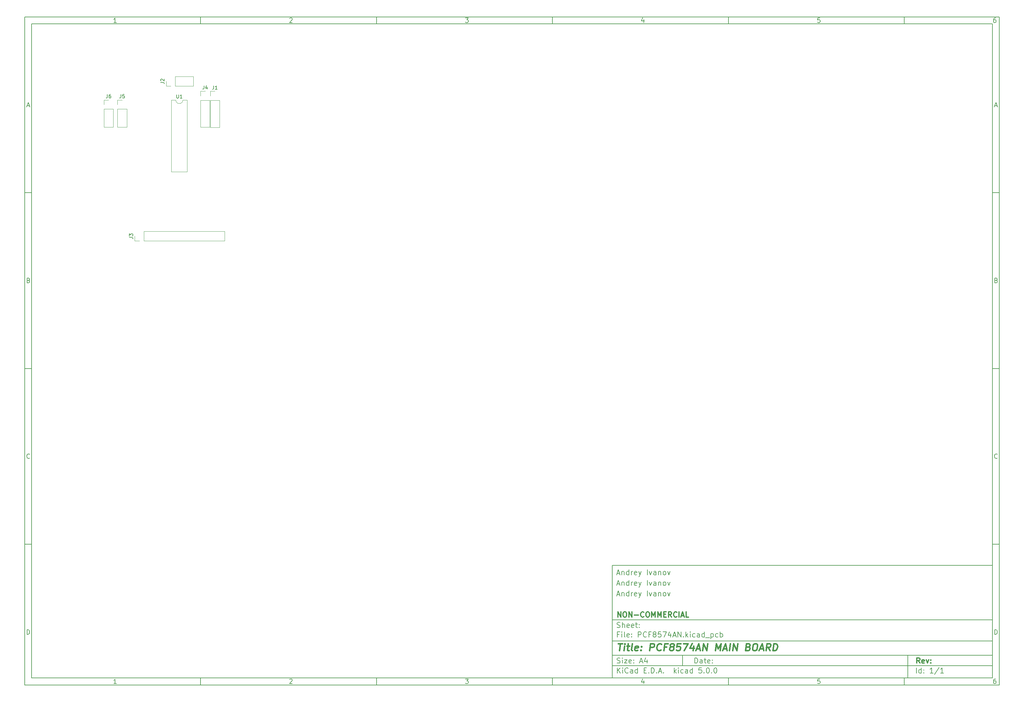
<source format=gbr>
G04 #@! TF.GenerationSoftware,KiCad,Pcbnew,5.0.0*
G04 #@! TF.CreationDate,2018-09-29T21:29:33+03:00*
G04 #@! TF.ProjectId,PCF8574AN,50434638353734414E2E6B696361645F,rev?*
G04 #@! TF.SameCoordinates,Original*
G04 #@! TF.FileFunction,Legend,Top*
G04 #@! TF.FilePolarity,Positive*
%FSLAX46Y46*%
G04 Gerber Fmt 4.6, Leading zero omitted, Abs format (unit mm)*
G04 Created by KiCad (PCBNEW 5.0.0) date Sat Sep 29 21:29:33 2018*
%MOMM*%
%LPD*%
G01*
G04 APERTURE LIST*
%ADD10C,0.100000*%
%ADD11C,0.150000*%
%ADD12C,0.300000*%
%ADD13C,0.400000*%
%ADD14C,0.120000*%
G04 APERTURE END LIST*
D10*
D11*
X177002200Y-166007200D02*
X177002200Y-198007200D01*
X285002200Y-198007200D01*
X285002200Y-166007200D01*
X177002200Y-166007200D01*
D10*
D11*
X10000000Y-10000000D02*
X10000000Y-200007200D01*
X287002200Y-200007200D01*
X287002200Y-10000000D01*
X10000000Y-10000000D01*
D10*
D11*
X12000000Y-12000000D02*
X12000000Y-198007200D01*
X285002200Y-198007200D01*
X285002200Y-12000000D01*
X12000000Y-12000000D01*
D10*
D11*
X60000000Y-12000000D02*
X60000000Y-10000000D01*
D10*
D11*
X110000000Y-12000000D02*
X110000000Y-10000000D01*
D10*
D11*
X160000000Y-12000000D02*
X160000000Y-10000000D01*
D10*
D11*
X210000000Y-12000000D02*
X210000000Y-10000000D01*
D10*
D11*
X260000000Y-12000000D02*
X260000000Y-10000000D01*
D10*
D11*
X36065476Y-11588095D02*
X35322619Y-11588095D01*
X35694047Y-11588095D02*
X35694047Y-10288095D01*
X35570238Y-10473809D01*
X35446428Y-10597619D01*
X35322619Y-10659523D01*
D10*
D11*
X85322619Y-10411904D02*
X85384523Y-10350000D01*
X85508333Y-10288095D01*
X85817857Y-10288095D01*
X85941666Y-10350000D01*
X86003571Y-10411904D01*
X86065476Y-10535714D01*
X86065476Y-10659523D01*
X86003571Y-10845238D01*
X85260714Y-11588095D01*
X86065476Y-11588095D01*
D10*
D11*
X135260714Y-10288095D02*
X136065476Y-10288095D01*
X135632142Y-10783333D01*
X135817857Y-10783333D01*
X135941666Y-10845238D01*
X136003571Y-10907142D01*
X136065476Y-11030952D01*
X136065476Y-11340476D01*
X136003571Y-11464285D01*
X135941666Y-11526190D01*
X135817857Y-11588095D01*
X135446428Y-11588095D01*
X135322619Y-11526190D01*
X135260714Y-11464285D01*
D10*
D11*
X185941666Y-10721428D02*
X185941666Y-11588095D01*
X185632142Y-10226190D02*
X185322619Y-11154761D01*
X186127380Y-11154761D01*
D10*
D11*
X236003571Y-10288095D02*
X235384523Y-10288095D01*
X235322619Y-10907142D01*
X235384523Y-10845238D01*
X235508333Y-10783333D01*
X235817857Y-10783333D01*
X235941666Y-10845238D01*
X236003571Y-10907142D01*
X236065476Y-11030952D01*
X236065476Y-11340476D01*
X236003571Y-11464285D01*
X235941666Y-11526190D01*
X235817857Y-11588095D01*
X235508333Y-11588095D01*
X235384523Y-11526190D01*
X235322619Y-11464285D01*
D10*
D11*
X285941666Y-10288095D02*
X285694047Y-10288095D01*
X285570238Y-10350000D01*
X285508333Y-10411904D01*
X285384523Y-10597619D01*
X285322619Y-10845238D01*
X285322619Y-11340476D01*
X285384523Y-11464285D01*
X285446428Y-11526190D01*
X285570238Y-11588095D01*
X285817857Y-11588095D01*
X285941666Y-11526190D01*
X286003571Y-11464285D01*
X286065476Y-11340476D01*
X286065476Y-11030952D01*
X286003571Y-10907142D01*
X285941666Y-10845238D01*
X285817857Y-10783333D01*
X285570238Y-10783333D01*
X285446428Y-10845238D01*
X285384523Y-10907142D01*
X285322619Y-11030952D01*
D10*
D11*
X60000000Y-198007200D02*
X60000000Y-200007200D01*
D10*
D11*
X110000000Y-198007200D02*
X110000000Y-200007200D01*
D10*
D11*
X160000000Y-198007200D02*
X160000000Y-200007200D01*
D10*
D11*
X210000000Y-198007200D02*
X210000000Y-200007200D01*
D10*
D11*
X260000000Y-198007200D02*
X260000000Y-200007200D01*
D10*
D11*
X36065476Y-199595295D02*
X35322619Y-199595295D01*
X35694047Y-199595295D02*
X35694047Y-198295295D01*
X35570238Y-198481009D01*
X35446428Y-198604819D01*
X35322619Y-198666723D01*
D10*
D11*
X85322619Y-198419104D02*
X85384523Y-198357200D01*
X85508333Y-198295295D01*
X85817857Y-198295295D01*
X85941666Y-198357200D01*
X86003571Y-198419104D01*
X86065476Y-198542914D01*
X86065476Y-198666723D01*
X86003571Y-198852438D01*
X85260714Y-199595295D01*
X86065476Y-199595295D01*
D10*
D11*
X135260714Y-198295295D02*
X136065476Y-198295295D01*
X135632142Y-198790533D01*
X135817857Y-198790533D01*
X135941666Y-198852438D01*
X136003571Y-198914342D01*
X136065476Y-199038152D01*
X136065476Y-199347676D01*
X136003571Y-199471485D01*
X135941666Y-199533390D01*
X135817857Y-199595295D01*
X135446428Y-199595295D01*
X135322619Y-199533390D01*
X135260714Y-199471485D01*
D10*
D11*
X185941666Y-198728628D02*
X185941666Y-199595295D01*
X185632142Y-198233390D02*
X185322619Y-199161961D01*
X186127380Y-199161961D01*
D10*
D11*
X236003571Y-198295295D02*
X235384523Y-198295295D01*
X235322619Y-198914342D01*
X235384523Y-198852438D01*
X235508333Y-198790533D01*
X235817857Y-198790533D01*
X235941666Y-198852438D01*
X236003571Y-198914342D01*
X236065476Y-199038152D01*
X236065476Y-199347676D01*
X236003571Y-199471485D01*
X235941666Y-199533390D01*
X235817857Y-199595295D01*
X235508333Y-199595295D01*
X235384523Y-199533390D01*
X235322619Y-199471485D01*
D10*
D11*
X285941666Y-198295295D02*
X285694047Y-198295295D01*
X285570238Y-198357200D01*
X285508333Y-198419104D01*
X285384523Y-198604819D01*
X285322619Y-198852438D01*
X285322619Y-199347676D01*
X285384523Y-199471485D01*
X285446428Y-199533390D01*
X285570238Y-199595295D01*
X285817857Y-199595295D01*
X285941666Y-199533390D01*
X286003571Y-199471485D01*
X286065476Y-199347676D01*
X286065476Y-199038152D01*
X286003571Y-198914342D01*
X285941666Y-198852438D01*
X285817857Y-198790533D01*
X285570238Y-198790533D01*
X285446428Y-198852438D01*
X285384523Y-198914342D01*
X285322619Y-199038152D01*
D10*
D11*
X10000000Y-60000000D02*
X12000000Y-60000000D01*
D10*
D11*
X10000000Y-110000000D02*
X12000000Y-110000000D01*
D10*
D11*
X10000000Y-160000000D02*
X12000000Y-160000000D01*
D10*
D11*
X10690476Y-35216666D02*
X11309523Y-35216666D01*
X10566666Y-35588095D02*
X11000000Y-34288095D01*
X11433333Y-35588095D01*
D10*
D11*
X11092857Y-84907142D02*
X11278571Y-84969047D01*
X11340476Y-85030952D01*
X11402380Y-85154761D01*
X11402380Y-85340476D01*
X11340476Y-85464285D01*
X11278571Y-85526190D01*
X11154761Y-85588095D01*
X10659523Y-85588095D01*
X10659523Y-84288095D01*
X11092857Y-84288095D01*
X11216666Y-84350000D01*
X11278571Y-84411904D01*
X11340476Y-84535714D01*
X11340476Y-84659523D01*
X11278571Y-84783333D01*
X11216666Y-84845238D01*
X11092857Y-84907142D01*
X10659523Y-84907142D01*
D10*
D11*
X11402380Y-135464285D02*
X11340476Y-135526190D01*
X11154761Y-135588095D01*
X11030952Y-135588095D01*
X10845238Y-135526190D01*
X10721428Y-135402380D01*
X10659523Y-135278571D01*
X10597619Y-135030952D01*
X10597619Y-134845238D01*
X10659523Y-134597619D01*
X10721428Y-134473809D01*
X10845238Y-134350000D01*
X11030952Y-134288095D01*
X11154761Y-134288095D01*
X11340476Y-134350000D01*
X11402380Y-134411904D01*
D10*
D11*
X10659523Y-185588095D02*
X10659523Y-184288095D01*
X10969047Y-184288095D01*
X11154761Y-184350000D01*
X11278571Y-184473809D01*
X11340476Y-184597619D01*
X11402380Y-184845238D01*
X11402380Y-185030952D01*
X11340476Y-185278571D01*
X11278571Y-185402380D01*
X11154761Y-185526190D01*
X10969047Y-185588095D01*
X10659523Y-185588095D01*
D10*
D11*
X287002200Y-60000000D02*
X285002200Y-60000000D01*
D10*
D11*
X287002200Y-110000000D02*
X285002200Y-110000000D01*
D10*
D11*
X287002200Y-160000000D02*
X285002200Y-160000000D01*
D10*
D11*
X285692676Y-35216666D02*
X286311723Y-35216666D01*
X285568866Y-35588095D02*
X286002200Y-34288095D01*
X286435533Y-35588095D01*
D10*
D11*
X286095057Y-84907142D02*
X286280771Y-84969047D01*
X286342676Y-85030952D01*
X286404580Y-85154761D01*
X286404580Y-85340476D01*
X286342676Y-85464285D01*
X286280771Y-85526190D01*
X286156961Y-85588095D01*
X285661723Y-85588095D01*
X285661723Y-84288095D01*
X286095057Y-84288095D01*
X286218866Y-84350000D01*
X286280771Y-84411904D01*
X286342676Y-84535714D01*
X286342676Y-84659523D01*
X286280771Y-84783333D01*
X286218866Y-84845238D01*
X286095057Y-84907142D01*
X285661723Y-84907142D01*
D10*
D11*
X286404580Y-135464285D02*
X286342676Y-135526190D01*
X286156961Y-135588095D01*
X286033152Y-135588095D01*
X285847438Y-135526190D01*
X285723628Y-135402380D01*
X285661723Y-135278571D01*
X285599819Y-135030952D01*
X285599819Y-134845238D01*
X285661723Y-134597619D01*
X285723628Y-134473809D01*
X285847438Y-134350000D01*
X286033152Y-134288095D01*
X286156961Y-134288095D01*
X286342676Y-134350000D01*
X286404580Y-134411904D01*
D10*
D11*
X285661723Y-185588095D02*
X285661723Y-184288095D01*
X285971247Y-184288095D01*
X286156961Y-184350000D01*
X286280771Y-184473809D01*
X286342676Y-184597619D01*
X286404580Y-184845238D01*
X286404580Y-185030952D01*
X286342676Y-185278571D01*
X286280771Y-185402380D01*
X286156961Y-185526190D01*
X285971247Y-185588095D01*
X285661723Y-185588095D01*
D10*
D11*
X200434342Y-193785771D02*
X200434342Y-192285771D01*
X200791485Y-192285771D01*
X201005771Y-192357200D01*
X201148628Y-192500057D01*
X201220057Y-192642914D01*
X201291485Y-192928628D01*
X201291485Y-193142914D01*
X201220057Y-193428628D01*
X201148628Y-193571485D01*
X201005771Y-193714342D01*
X200791485Y-193785771D01*
X200434342Y-193785771D01*
X202577200Y-193785771D02*
X202577200Y-193000057D01*
X202505771Y-192857200D01*
X202362914Y-192785771D01*
X202077200Y-192785771D01*
X201934342Y-192857200D01*
X202577200Y-193714342D02*
X202434342Y-193785771D01*
X202077200Y-193785771D01*
X201934342Y-193714342D01*
X201862914Y-193571485D01*
X201862914Y-193428628D01*
X201934342Y-193285771D01*
X202077200Y-193214342D01*
X202434342Y-193214342D01*
X202577200Y-193142914D01*
X203077200Y-192785771D02*
X203648628Y-192785771D01*
X203291485Y-192285771D02*
X203291485Y-193571485D01*
X203362914Y-193714342D01*
X203505771Y-193785771D01*
X203648628Y-193785771D01*
X204720057Y-193714342D02*
X204577200Y-193785771D01*
X204291485Y-193785771D01*
X204148628Y-193714342D01*
X204077200Y-193571485D01*
X204077200Y-193000057D01*
X204148628Y-192857200D01*
X204291485Y-192785771D01*
X204577200Y-192785771D01*
X204720057Y-192857200D01*
X204791485Y-193000057D01*
X204791485Y-193142914D01*
X204077200Y-193285771D01*
X205434342Y-193642914D02*
X205505771Y-193714342D01*
X205434342Y-193785771D01*
X205362914Y-193714342D01*
X205434342Y-193642914D01*
X205434342Y-193785771D01*
X205434342Y-192857200D02*
X205505771Y-192928628D01*
X205434342Y-193000057D01*
X205362914Y-192928628D01*
X205434342Y-192857200D01*
X205434342Y-193000057D01*
D10*
D11*
X177002200Y-194507200D02*
X285002200Y-194507200D01*
D10*
D11*
X178434342Y-196585771D02*
X178434342Y-195085771D01*
X179291485Y-196585771D02*
X178648628Y-195728628D01*
X179291485Y-195085771D02*
X178434342Y-195942914D01*
X179934342Y-196585771D02*
X179934342Y-195585771D01*
X179934342Y-195085771D02*
X179862914Y-195157200D01*
X179934342Y-195228628D01*
X180005771Y-195157200D01*
X179934342Y-195085771D01*
X179934342Y-195228628D01*
X181505771Y-196442914D02*
X181434342Y-196514342D01*
X181220057Y-196585771D01*
X181077200Y-196585771D01*
X180862914Y-196514342D01*
X180720057Y-196371485D01*
X180648628Y-196228628D01*
X180577200Y-195942914D01*
X180577200Y-195728628D01*
X180648628Y-195442914D01*
X180720057Y-195300057D01*
X180862914Y-195157200D01*
X181077200Y-195085771D01*
X181220057Y-195085771D01*
X181434342Y-195157200D01*
X181505771Y-195228628D01*
X182791485Y-196585771D02*
X182791485Y-195800057D01*
X182720057Y-195657200D01*
X182577200Y-195585771D01*
X182291485Y-195585771D01*
X182148628Y-195657200D01*
X182791485Y-196514342D02*
X182648628Y-196585771D01*
X182291485Y-196585771D01*
X182148628Y-196514342D01*
X182077200Y-196371485D01*
X182077200Y-196228628D01*
X182148628Y-196085771D01*
X182291485Y-196014342D01*
X182648628Y-196014342D01*
X182791485Y-195942914D01*
X184148628Y-196585771D02*
X184148628Y-195085771D01*
X184148628Y-196514342D02*
X184005771Y-196585771D01*
X183720057Y-196585771D01*
X183577200Y-196514342D01*
X183505771Y-196442914D01*
X183434342Y-196300057D01*
X183434342Y-195871485D01*
X183505771Y-195728628D01*
X183577200Y-195657200D01*
X183720057Y-195585771D01*
X184005771Y-195585771D01*
X184148628Y-195657200D01*
X186005771Y-195800057D02*
X186505771Y-195800057D01*
X186720057Y-196585771D02*
X186005771Y-196585771D01*
X186005771Y-195085771D01*
X186720057Y-195085771D01*
X187362914Y-196442914D02*
X187434342Y-196514342D01*
X187362914Y-196585771D01*
X187291485Y-196514342D01*
X187362914Y-196442914D01*
X187362914Y-196585771D01*
X188077200Y-196585771D02*
X188077200Y-195085771D01*
X188434342Y-195085771D01*
X188648628Y-195157200D01*
X188791485Y-195300057D01*
X188862914Y-195442914D01*
X188934342Y-195728628D01*
X188934342Y-195942914D01*
X188862914Y-196228628D01*
X188791485Y-196371485D01*
X188648628Y-196514342D01*
X188434342Y-196585771D01*
X188077200Y-196585771D01*
X189577200Y-196442914D02*
X189648628Y-196514342D01*
X189577200Y-196585771D01*
X189505771Y-196514342D01*
X189577200Y-196442914D01*
X189577200Y-196585771D01*
X190220057Y-196157200D02*
X190934342Y-196157200D01*
X190077200Y-196585771D02*
X190577200Y-195085771D01*
X191077200Y-196585771D01*
X191577200Y-196442914D02*
X191648628Y-196514342D01*
X191577200Y-196585771D01*
X191505771Y-196514342D01*
X191577200Y-196442914D01*
X191577200Y-196585771D01*
X194577200Y-196585771D02*
X194577200Y-195085771D01*
X194720057Y-196014342D02*
X195148628Y-196585771D01*
X195148628Y-195585771D02*
X194577200Y-196157200D01*
X195791485Y-196585771D02*
X195791485Y-195585771D01*
X195791485Y-195085771D02*
X195720057Y-195157200D01*
X195791485Y-195228628D01*
X195862914Y-195157200D01*
X195791485Y-195085771D01*
X195791485Y-195228628D01*
X197148628Y-196514342D02*
X197005771Y-196585771D01*
X196720057Y-196585771D01*
X196577200Y-196514342D01*
X196505771Y-196442914D01*
X196434342Y-196300057D01*
X196434342Y-195871485D01*
X196505771Y-195728628D01*
X196577200Y-195657200D01*
X196720057Y-195585771D01*
X197005771Y-195585771D01*
X197148628Y-195657200D01*
X198434342Y-196585771D02*
X198434342Y-195800057D01*
X198362914Y-195657200D01*
X198220057Y-195585771D01*
X197934342Y-195585771D01*
X197791485Y-195657200D01*
X198434342Y-196514342D02*
X198291485Y-196585771D01*
X197934342Y-196585771D01*
X197791485Y-196514342D01*
X197720057Y-196371485D01*
X197720057Y-196228628D01*
X197791485Y-196085771D01*
X197934342Y-196014342D01*
X198291485Y-196014342D01*
X198434342Y-195942914D01*
X199791485Y-196585771D02*
X199791485Y-195085771D01*
X199791485Y-196514342D02*
X199648628Y-196585771D01*
X199362914Y-196585771D01*
X199220057Y-196514342D01*
X199148628Y-196442914D01*
X199077200Y-196300057D01*
X199077200Y-195871485D01*
X199148628Y-195728628D01*
X199220057Y-195657200D01*
X199362914Y-195585771D01*
X199648628Y-195585771D01*
X199791485Y-195657200D01*
X202362914Y-195085771D02*
X201648628Y-195085771D01*
X201577200Y-195800057D01*
X201648628Y-195728628D01*
X201791485Y-195657200D01*
X202148628Y-195657200D01*
X202291485Y-195728628D01*
X202362914Y-195800057D01*
X202434342Y-195942914D01*
X202434342Y-196300057D01*
X202362914Y-196442914D01*
X202291485Y-196514342D01*
X202148628Y-196585771D01*
X201791485Y-196585771D01*
X201648628Y-196514342D01*
X201577200Y-196442914D01*
X203077200Y-196442914D02*
X203148628Y-196514342D01*
X203077200Y-196585771D01*
X203005771Y-196514342D01*
X203077200Y-196442914D01*
X203077200Y-196585771D01*
X204077200Y-195085771D02*
X204220057Y-195085771D01*
X204362914Y-195157200D01*
X204434342Y-195228628D01*
X204505771Y-195371485D01*
X204577200Y-195657200D01*
X204577200Y-196014342D01*
X204505771Y-196300057D01*
X204434342Y-196442914D01*
X204362914Y-196514342D01*
X204220057Y-196585771D01*
X204077200Y-196585771D01*
X203934342Y-196514342D01*
X203862914Y-196442914D01*
X203791485Y-196300057D01*
X203720057Y-196014342D01*
X203720057Y-195657200D01*
X203791485Y-195371485D01*
X203862914Y-195228628D01*
X203934342Y-195157200D01*
X204077200Y-195085771D01*
X205220057Y-196442914D02*
X205291485Y-196514342D01*
X205220057Y-196585771D01*
X205148628Y-196514342D01*
X205220057Y-196442914D01*
X205220057Y-196585771D01*
X206220057Y-195085771D02*
X206362914Y-195085771D01*
X206505771Y-195157200D01*
X206577200Y-195228628D01*
X206648628Y-195371485D01*
X206720057Y-195657200D01*
X206720057Y-196014342D01*
X206648628Y-196300057D01*
X206577200Y-196442914D01*
X206505771Y-196514342D01*
X206362914Y-196585771D01*
X206220057Y-196585771D01*
X206077200Y-196514342D01*
X206005771Y-196442914D01*
X205934342Y-196300057D01*
X205862914Y-196014342D01*
X205862914Y-195657200D01*
X205934342Y-195371485D01*
X206005771Y-195228628D01*
X206077200Y-195157200D01*
X206220057Y-195085771D01*
D10*
D11*
X177002200Y-191507200D02*
X285002200Y-191507200D01*
D10*
D12*
X264411485Y-193785771D02*
X263911485Y-193071485D01*
X263554342Y-193785771D02*
X263554342Y-192285771D01*
X264125771Y-192285771D01*
X264268628Y-192357200D01*
X264340057Y-192428628D01*
X264411485Y-192571485D01*
X264411485Y-192785771D01*
X264340057Y-192928628D01*
X264268628Y-193000057D01*
X264125771Y-193071485D01*
X263554342Y-193071485D01*
X265625771Y-193714342D02*
X265482914Y-193785771D01*
X265197200Y-193785771D01*
X265054342Y-193714342D01*
X264982914Y-193571485D01*
X264982914Y-193000057D01*
X265054342Y-192857200D01*
X265197200Y-192785771D01*
X265482914Y-192785771D01*
X265625771Y-192857200D01*
X265697200Y-193000057D01*
X265697200Y-193142914D01*
X264982914Y-193285771D01*
X266197200Y-192785771D02*
X266554342Y-193785771D01*
X266911485Y-192785771D01*
X267482914Y-193642914D02*
X267554342Y-193714342D01*
X267482914Y-193785771D01*
X267411485Y-193714342D01*
X267482914Y-193642914D01*
X267482914Y-193785771D01*
X267482914Y-192857200D02*
X267554342Y-192928628D01*
X267482914Y-193000057D01*
X267411485Y-192928628D01*
X267482914Y-192857200D01*
X267482914Y-193000057D01*
D10*
D11*
X178362914Y-193714342D02*
X178577200Y-193785771D01*
X178934342Y-193785771D01*
X179077200Y-193714342D01*
X179148628Y-193642914D01*
X179220057Y-193500057D01*
X179220057Y-193357200D01*
X179148628Y-193214342D01*
X179077200Y-193142914D01*
X178934342Y-193071485D01*
X178648628Y-193000057D01*
X178505771Y-192928628D01*
X178434342Y-192857200D01*
X178362914Y-192714342D01*
X178362914Y-192571485D01*
X178434342Y-192428628D01*
X178505771Y-192357200D01*
X178648628Y-192285771D01*
X179005771Y-192285771D01*
X179220057Y-192357200D01*
X179862914Y-193785771D02*
X179862914Y-192785771D01*
X179862914Y-192285771D02*
X179791485Y-192357200D01*
X179862914Y-192428628D01*
X179934342Y-192357200D01*
X179862914Y-192285771D01*
X179862914Y-192428628D01*
X180434342Y-192785771D02*
X181220057Y-192785771D01*
X180434342Y-193785771D01*
X181220057Y-193785771D01*
X182362914Y-193714342D02*
X182220057Y-193785771D01*
X181934342Y-193785771D01*
X181791485Y-193714342D01*
X181720057Y-193571485D01*
X181720057Y-193000057D01*
X181791485Y-192857200D01*
X181934342Y-192785771D01*
X182220057Y-192785771D01*
X182362914Y-192857200D01*
X182434342Y-193000057D01*
X182434342Y-193142914D01*
X181720057Y-193285771D01*
X183077200Y-193642914D02*
X183148628Y-193714342D01*
X183077200Y-193785771D01*
X183005771Y-193714342D01*
X183077200Y-193642914D01*
X183077200Y-193785771D01*
X183077200Y-192857200D02*
X183148628Y-192928628D01*
X183077200Y-193000057D01*
X183005771Y-192928628D01*
X183077200Y-192857200D01*
X183077200Y-193000057D01*
X184862914Y-193357200D02*
X185577200Y-193357200D01*
X184720057Y-193785771D02*
X185220057Y-192285771D01*
X185720057Y-193785771D01*
X186862914Y-192785771D02*
X186862914Y-193785771D01*
X186505771Y-192214342D02*
X186148628Y-193285771D01*
X187077200Y-193285771D01*
D10*
D11*
X263434342Y-196585771D02*
X263434342Y-195085771D01*
X264791485Y-196585771D02*
X264791485Y-195085771D01*
X264791485Y-196514342D02*
X264648628Y-196585771D01*
X264362914Y-196585771D01*
X264220057Y-196514342D01*
X264148628Y-196442914D01*
X264077200Y-196300057D01*
X264077200Y-195871485D01*
X264148628Y-195728628D01*
X264220057Y-195657200D01*
X264362914Y-195585771D01*
X264648628Y-195585771D01*
X264791485Y-195657200D01*
X265505771Y-196442914D02*
X265577200Y-196514342D01*
X265505771Y-196585771D01*
X265434342Y-196514342D01*
X265505771Y-196442914D01*
X265505771Y-196585771D01*
X265505771Y-195657200D02*
X265577200Y-195728628D01*
X265505771Y-195800057D01*
X265434342Y-195728628D01*
X265505771Y-195657200D01*
X265505771Y-195800057D01*
X268148628Y-196585771D02*
X267291485Y-196585771D01*
X267720057Y-196585771D02*
X267720057Y-195085771D01*
X267577200Y-195300057D01*
X267434342Y-195442914D01*
X267291485Y-195514342D01*
X269862914Y-195014342D02*
X268577200Y-196942914D01*
X271148628Y-196585771D02*
X270291485Y-196585771D01*
X270720057Y-196585771D02*
X270720057Y-195085771D01*
X270577200Y-195300057D01*
X270434342Y-195442914D01*
X270291485Y-195514342D01*
D10*
D11*
X177002200Y-187507200D02*
X285002200Y-187507200D01*
D10*
D13*
X178714580Y-188211961D02*
X179857438Y-188211961D01*
X179036009Y-190211961D02*
X179286009Y-188211961D01*
X180274104Y-190211961D02*
X180440771Y-188878628D01*
X180524104Y-188211961D02*
X180416961Y-188307200D01*
X180500295Y-188402438D01*
X180607438Y-188307200D01*
X180524104Y-188211961D01*
X180500295Y-188402438D01*
X181107438Y-188878628D02*
X181869342Y-188878628D01*
X181476485Y-188211961D02*
X181262200Y-189926247D01*
X181333628Y-190116723D01*
X181512200Y-190211961D01*
X181702676Y-190211961D01*
X182655057Y-190211961D02*
X182476485Y-190116723D01*
X182405057Y-189926247D01*
X182619342Y-188211961D01*
X184190771Y-190116723D02*
X183988390Y-190211961D01*
X183607438Y-190211961D01*
X183428866Y-190116723D01*
X183357438Y-189926247D01*
X183452676Y-189164342D01*
X183571723Y-188973866D01*
X183774104Y-188878628D01*
X184155057Y-188878628D01*
X184333628Y-188973866D01*
X184405057Y-189164342D01*
X184381247Y-189354819D01*
X183405057Y-189545295D01*
X185155057Y-190021485D02*
X185238390Y-190116723D01*
X185131247Y-190211961D01*
X185047914Y-190116723D01*
X185155057Y-190021485D01*
X185131247Y-190211961D01*
X185286009Y-188973866D02*
X185369342Y-189069104D01*
X185262200Y-189164342D01*
X185178866Y-189069104D01*
X185286009Y-188973866D01*
X185262200Y-189164342D01*
X187607438Y-190211961D02*
X187857438Y-188211961D01*
X188619342Y-188211961D01*
X188797914Y-188307200D01*
X188881247Y-188402438D01*
X188952676Y-188592914D01*
X188916961Y-188878628D01*
X188797914Y-189069104D01*
X188690771Y-189164342D01*
X188488390Y-189259580D01*
X187726485Y-189259580D01*
X190774104Y-190021485D02*
X190666961Y-190116723D01*
X190369342Y-190211961D01*
X190178866Y-190211961D01*
X189905057Y-190116723D01*
X189738390Y-189926247D01*
X189666961Y-189735771D01*
X189619342Y-189354819D01*
X189655057Y-189069104D01*
X189797914Y-188688152D01*
X189916961Y-188497676D01*
X190131247Y-188307200D01*
X190428866Y-188211961D01*
X190619342Y-188211961D01*
X190893152Y-188307200D01*
X190976485Y-188402438D01*
X192405057Y-189164342D02*
X191738390Y-189164342D01*
X191607438Y-190211961D02*
X191857438Y-188211961D01*
X192809819Y-188211961D01*
X193750295Y-189069104D02*
X193571723Y-188973866D01*
X193488390Y-188878628D01*
X193416961Y-188688152D01*
X193428866Y-188592914D01*
X193547914Y-188402438D01*
X193655057Y-188307200D01*
X193857438Y-188211961D01*
X194238390Y-188211961D01*
X194416961Y-188307200D01*
X194500295Y-188402438D01*
X194571723Y-188592914D01*
X194559819Y-188688152D01*
X194440771Y-188878628D01*
X194333628Y-188973866D01*
X194131247Y-189069104D01*
X193750295Y-189069104D01*
X193547914Y-189164342D01*
X193440771Y-189259580D01*
X193321723Y-189450057D01*
X193274104Y-189831009D01*
X193345533Y-190021485D01*
X193428866Y-190116723D01*
X193607438Y-190211961D01*
X193988390Y-190211961D01*
X194190771Y-190116723D01*
X194297914Y-190021485D01*
X194416961Y-189831009D01*
X194464580Y-189450057D01*
X194393152Y-189259580D01*
X194309819Y-189164342D01*
X194131247Y-189069104D01*
X196428866Y-188211961D02*
X195476485Y-188211961D01*
X195262200Y-189164342D01*
X195369342Y-189069104D01*
X195571723Y-188973866D01*
X196047914Y-188973866D01*
X196226485Y-189069104D01*
X196309819Y-189164342D01*
X196381247Y-189354819D01*
X196321723Y-189831009D01*
X196202676Y-190021485D01*
X196095533Y-190116723D01*
X195893152Y-190211961D01*
X195416961Y-190211961D01*
X195238390Y-190116723D01*
X195155057Y-190021485D01*
X197190771Y-188211961D02*
X198524104Y-188211961D01*
X197416961Y-190211961D01*
X200059819Y-188878628D02*
X199893152Y-190211961D01*
X199678866Y-188116723D02*
X199024104Y-189545295D01*
X200262200Y-189545295D01*
X200916961Y-189640533D02*
X201869342Y-189640533D01*
X200655057Y-190211961D02*
X201571723Y-188211961D01*
X201988390Y-190211961D01*
X202655057Y-190211961D02*
X202905057Y-188211961D01*
X203797914Y-190211961D01*
X204047914Y-188211961D01*
X206274104Y-190211961D02*
X206524104Y-188211961D01*
X207012200Y-189640533D01*
X207857438Y-188211961D01*
X207607438Y-190211961D01*
X208536009Y-189640533D02*
X209488390Y-189640533D01*
X208274104Y-190211961D02*
X209190771Y-188211961D01*
X209607438Y-190211961D01*
X210274104Y-190211961D02*
X210524104Y-188211961D01*
X211226485Y-190211961D02*
X211476485Y-188211961D01*
X212369342Y-190211961D01*
X212619342Y-188211961D01*
X215643152Y-189164342D02*
X215916961Y-189259580D01*
X216000295Y-189354819D01*
X216071723Y-189545295D01*
X216036009Y-189831009D01*
X215916961Y-190021485D01*
X215809819Y-190116723D01*
X215607438Y-190211961D01*
X214845533Y-190211961D01*
X215095533Y-188211961D01*
X215762200Y-188211961D01*
X215940771Y-188307200D01*
X216024104Y-188402438D01*
X216095533Y-188592914D01*
X216071723Y-188783390D01*
X215952676Y-188973866D01*
X215845533Y-189069104D01*
X215643152Y-189164342D01*
X214976485Y-189164342D01*
X217476485Y-188211961D02*
X217857438Y-188211961D01*
X218036009Y-188307200D01*
X218202676Y-188497676D01*
X218250295Y-188878628D01*
X218166961Y-189545295D01*
X218024104Y-189926247D01*
X217809819Y-190116723D01*
X217607438Y-190211961D01*
X217226485Y-190211961D01*
X217047914Y-190116723D01*
X216881247Y-189926247D01*
X216833628Y-189545295D01*
X216916961Y-188878628D01*
X217059819Y-188497676D01*
X217274104Y-188307200D01*
X217476485Y-188211961D01*
X218916961Y-189640533D02*
X219869342Y-189640533D01*
X218655057Y-190211961D02*
X219571723Y-188211961D01*
X219988390Y-190211961D01*
X221797914Y-190211961D02*
X221250295Y-189259580D01*
X220655057Y-190211961D02*
X220905057Y-188211961D01*
X221666961Y-188211961D01*
X221845533Y-188307200D01*
X221928866Y-188402438D01*
X222000295Y-188592914D01*
X221964580Y-188878628D01*
X221845533Y-189069104D01*
X221738390Y-189164342D01*
X221536009Y-189259580D01*
X220774104Y-189259580D01*
X222655057Y-190211961D02*
X222905057Y-188211961D01*
X223381247Y-188211961D01*
X223655057Y-188307200D01*
X223821723Y-188497676D01*
X223893152Y-188688152D01*
X223940771Y-189069104D01*
X223905057Y-189354819D01*
X223762200Y-189735771D01*
X223643152Y-189926247D01*
X223428866Y-190116723D01*
X223131247Y-190211961D01*
X222655057Y-190211961D01*
D10*
D11*
X178934342Y-185600057D02*
X178434342Y-185600057D01*
X178434342Y-186385771D02*
X178434342Y-184885771D01*
X179148628Y-184885771D01*
X179720057Y-186385771D02*
X179720057Y-185385771D01*
X179720057Y-184885771D02*
X179648628Y-184957200D01*
X179720057Y-185028628D01*
X179791485Y-184957200D01*
X179720057Y-184885771D01*
X179720057Y-185028628D01*
X180648628Y-186385771D02*
X180505771Y-186314342D01*
X180434342Y-186171485D01*
X180434342Y-184885771D01*
X181791485Y-186314342D02*
X181648628Y-186385771D01*
X181362914Y-186385771D01*
X181220057Y-186314342D01*
X181148628Y-186171485D01*
X181148628Y-185600057D01*
X181220057Y-185457200D01*
X181362914Y-185385771D01*
X181648628Y-185385771D01*
X181791485Y-185457200D01*
X181862914Y-185600057D01*
X181862914Y-185742914D01*
X181148628Y-185885771D01*
X182505771Y-186242914D02*
X182577200Y-186314342D01*
X182505771Y-186385771D01*
X182434342Y-186314342D01*
X182505771Y-186242914D01*
X182505771Y-186385771D01*
X182505771Y-185457200D02*
X182577200Y-185528628D01*
X182505771Y-185600057D01*
X182434342Y-185528628D01*
X182505771Y-185457200D01*
X182505771Y-185600057D01*
X184362914Y-186385771D02*
X184362914Y-184885771D01*
X184934342Y-184885771D01*
X185077200Y-184957200D01*
X185148628Y-185028628D01*
X185220057Y-185171485D01*
X185220057Y-185385771D01*
X185148628Y-185528628D01*
X185077200Y-185600057D01*
X184934342Y-185671485D01*
X184362914Y-185671485D01*
X186720057Y-186242914D02*
X186648628Y-186314342D01*
X186434342Y-186385771D01*
X186291485Y-186385771D01*
X186077200Y-186314342D01*
X185934342Y-186171485D01*
X185862914Y-186028628D01*
X185791485Y-185742914D01*
X185791485Y-185528628D01*
X185862914Y-185242914D01*
X185934342Y-185100057D01*
X186077200Y-184957200D01*
X186291485Y-184885771D01*
X186434342Y-184885771D01*
X186648628Y-184957200D01*
X186720057Y-185028628D01*
X187862914Y-185600057D02*
X187362914Y-185600057D01*
X187362914Y-186385771D02*
X187362914Y-184885771D01*
X188077200Y-184885771D01*
X188862914Y-185528628D02*
X188720057Y-185457200D01*
X188648628Y-185385771D01*
X188577200Y-185242914D01*
X188577200Y-185171485D01*
X188648628Y-185028628D01*
X188720057Y-184957200D01*
X188862914Y-184885771D01*
X189148628Y-184885771D01*
X189291485Y-184957200D01*
X189362914Y-185028628D01*
X189434342Y-185171485D01*
X189434342Y-185242914D01*
X189362914Y-185385771D01*
X189291485Y-185457200D01*
X189148628Y-185528628D01*
X188862914Y-185528628D01*
X188720057Y-185600057D01*
X188648628Y-185671485D01*
X188577200Y-185814342D01*
X188577200Y-186100057D01*
X188648628Y-186242914D01*
X188720057Y-186314342D01*
X188862914Y-186385771D01*
X189148628Y-186385771D01*
X189291485Y-186314342D01*
X189362914Y-186242914D01*
X189434342Y-186100057D01*
X189434342Y-185814342D01*
X189362914Y-185671485D01*
X189291485Y-185600057D01*
X189148628Y-185528628D01*
X190791485Y-184885771D02*
X190077200Y-184885771D01*
X190005771Y-185600057D01*
X190077200Y-185528628D01*
X190220057Y-185457200D01*
X190577200Y-185457200D01*
X190720057Y-185528628D01*
X190791485Y-185600057D01*
X190862914Y-185742914D01*
X190862914Y-186100057D01*
X190791485Y-186242914D01*
X190720057Y-186314342D01*
X190577200Y-186385771D01*
X190220057Y-186385771D01*
X190077200Y-186314342D01*
X190005771Y-186242914D01*
X191362914Y-184885771D02*
X192362914Y-184885771D01*
X191720057Y-186385771D01*
X193577200Y-185385771D02*
X193577200Y-186385771D01*
X193220057Y-184814342D02*
X192862914Y-185885771D01*
X193791485Y-185885771D01*
X194291485Y-185957200D02*
X195005771Y-185957200D01*
X194148628Y-186385771D02*
X194648628Y-184885771D01*
X195148628Y-186385771D01*
X195648628Y-186385771D02*
X195648628Y-184885771D01*
X196505771Y-186385771D01*
X196505771Y-184885771D01*
X197220057Y-186242914D02*
X197291485Y-186314342D01*
X197220057Y-186385771D01*
X197148628Y-186314342D01*
X197220057Y-186242914D01*
X197220057Y-186385771D01*
X197934342Y-186385771D02*
X197934342Y-184885771D01*
X198077200Y-185814342D02*
X198505771Y-186385771D01*
X198505771Y-185385771D02*
X197934342Y-185957200D01*
X199148628Y-186385771D02*
X199148628Y-185385771D01*
X199148628Y-184885771D02*
X199077200Y-184957200D01*
X199148628Y-185028628D01*
X199220057Y-184957200D01*
X199148628Y-184885771D01*
X199148628Y-185028628D01*
X200505771Y-186314342D02*
X200362914Y-186385771D01*
X200077200Y-186385771D01*
X199934342Y-186314342D01*
X199862914Y-186242914D01*
X199791485Y-186100057D01*
X199791485Y-185671485D01*
X199862914Y-185528628D01*
X199934342Y-185457200D01*
X200077200Y-185385771D01*
X200362914Y-185385771D01*
X200505771Y-185457200D01*
X201791485Y-186385771D02*
X201791485Y-185600057D01*
X201720057Y-185457200D01*
X201577200Y-185385771D01*
X201291485Y-185385771D01*
X201148628Y-185457200D01*
X201791485Y-186314342D02*
X201648628Y-186385771D01*
X201291485Y-186385771D01*
X201148628Y-186314342D01*
X201077200Y-186171485D01*
X201077200Y-186028628D01*
X201148628Y-185885771D01*
X201291485Y-185814342D01*
X201648628Y-185814342D01*
X201791485Y-185742914D01*
X203148628Y-186385771D02*
X203148628Y-184885771D01*
X203148628Y-186314342D02*
X203005771Y-186385771D01*
X202720057Y-186385771D01*
X202577200Y-186314342D01*
X202505771Y-186242914D01*
X202434342Y-186100057D01*
X202434342Y-185671485D01*
X202505771Y-185528628D01*
X202577200Y-185457200D01*
X202720057Y-185385771D01*
X203005771Y-185385771D01*
X203148628Y-185457200D01*
X203505771Y-186528628D02*
X204648628Y-186528628D01*
X205005771Y-185385771D02*
X205005771Y-186885771D01*
X205005771Y-185457200D02*
X205148628Y-185385771D01*
X205434342Y-185385771D01*
X205577200Y-185457200D01*
X205648628Y-185528628D01*
X205720057Y-185671485D01*
X205720057Y-186100057D01*
X205648628Y-186242914D01*
X205577200Y-186314342D01*
X205434342Y-186385771D01*
X205148628Y-186385771D01*
X205005771Y-186314342D01*
X207005771Y-186314342D02*
X206862914Y-186385771D01*
X206577200Y-186385771D01*
X206434342Y-186314342D01*
X206362914Y-186242914D01*
X206291485Y-186100057D01*
X206291485Y-185671485D01*
X206362914Y-185528628D01*
X206434342Y-185457200D01*
X206577200Y-185385771D01*
X206862914Y-185385771D01*
X207005771Y-185457200D01*
X207648628Y-186385771D02*
X207648628Y-184885771D01*
X207648628Y-185457200D02*
X207791485Y-185385771D01*
X208077200Y-185385771D01*
X208220057Y-185457200D01*
X208291485Y-185528628D01*
X208362914Y-185671485D01*
X208362914Y-186100057D01*
X208291485Y-186242914D01*
X208220057Y-186314342D01*
X208077200Y-186385771D01*
X207791485Y-186385771D01*
X207648628Y-186314342D01*
D10*
D11*
X177002200Y-181507200D02*
X285002200Y-181507200D01*
D10*
D11*
X178362914Y-183614342D02*
X178577200Y-183685771D01*
X178934342Y-183685771D01*
X179077200Y-183614342D01*
X179148628Y-183542914D01*
X179220057Y-183400057D01*
X179220057Y-183257200D01*
X179148628Y-183114342D01*
X179077200Y-183042914D01*
X178934342Y-182971485D01*
X178648628Y-182900057D01*
X178505771Y-182828628D01*
X178434342Y-182757200D01*
X178362914Y-182614342D01*
X178362914Y-182471485D01*
X178434342Y-182328628D01*
X178505771Y-182257200D01*
X178648628Y-182185771D01*
X179005771Y-182185771D01*
X179220057Y-182257200D01*
X179862914Y-183685771D02*
X179862914Y-182185771D01*
X180505771Y-183685771D02*
X180505771Y-182900057D01*
X180434342Y-182757200D01*
X180291485Y-182685771D01*
X180077200Y-182685771D01*
X179934342Y-182757200D01*
X179862914Y-182828628D01*
X181791485Y-183614342D02*
X181648628Y-183685771D01*
X181362914Y-183685771D01*
X181220057Y-183614342D01*
X181148628Y-183471485D01*
X181148628Y-182900057D01*
X181220057Y-182757200D01*
X181362914Y-182685771D01*
X181648628Y-182685771D01*
X181791485Y-182757200D01*
X181862914Y-182900057D01*
X181862914Y-183042914D01*
X181148628Y-183185771D01*
X183077200Y-183614342D02*
X182934342Y-183685771D01*
X182648628Y-183685771D01*
X182505771Y-183614342D01*
X182434342Y-183471485D01*
X182434342Y-182900057D01*
X182505771Y-182757200D01*
X182648628Y-182685771D01*
X182934342Y-182685771D01*
X183077200Y-182757200D01*
X183148628Y-182900057D01*
X183148628Y-183042914D01*
X182434342Y-183185771D01*
X183577200Y-182685771D02*
X184148628Y-182685771D01*
X183791485Y-182185771D02*
X183791485Y-183471485D01*
X183862914Y-183614342D01*
X184005771Y-183685771D01*
X184148628Y-183685771D01*
X184648628Y-183542914D02*
X184720057Y-183614342D01*
X184648628Y-183685771D01*
X184577200Y-183614342D01*
X184648628Y-183542914D01*
X184648628Y-183685771D01*
X184648628Y-182757200D02*
X184720057Y-182828628D01*
X184648628Y-182900057D01*
X184577200Y-182828628D01*
X184648628Y-182757200D01*
X184648628Y-182900057D01*
D10*
D12*
X178554342Y-180685771D02*
X178554342Y-179185771D01*
X179411485Y-180685771D01*
X179411485Y-179185771D01*
X180411485Y-179185771D02*
X180697200Y-179185771D01*
X180840057Y-179257200D01*
X180982914Y-179400057D01*
X181054342Y-179685771D01*
X181054342Y-180185771D01*
X180982914Y-180471485D01*
X180840057Y-180614342D01*
X180697200Y-180685771D01*
X180411485Y-180685771D01*
X180268628Y-180614342D01*
X180125771Y-180471485D01*
X180054342Y-180185771D01*
X180054342Y-179685771D01*
X180125771Y-179400057D01*
X180268628Y-179257200D01*
X180411485Y-179185771D01*
X181697200Y-180685771D02*
X181697200Y-179185771D01*
X182554342Y-180685771D01*
X182554342Y-179185771D01*
X183268628Y-180114342D02*
X184411485Y-180114342D01*
X185982914Y-180542914D02*
X185911485Y-180614342D01*
X185697200Y-180685771D01*
X185554342Y-180685771D01*
X185340057Y-180614342D01*
X185197200Y-180471485D01*
X185125771Y-180328628D01*
X185054342Y-180042914D01*
X185054342Y-179828628D01*
X185125771Y-179542914D01*
X185197200Y-179400057D01*
X185340057Y-179257200D01*
X185554342Y-179185771D01*
X185697200Y-179185771D01*
X185911485Y-179257200D01*
X185982914Y-179328628D01*
X186911485Y-179185771D02*
X187197200Y-179185771D01*
X187340057Y-179257200D01*
X187482914Y-179400057D01*
X187554342Y-179685771D01*
X187554342Y-180185771D01*
X187482914Y-180471485D01*
X187340057Y-180614342D01*
X187197200Y-180685771D01*
X186911485Y-180685771D01*
X186768628Y-180614342D01*
X186625771Y-180471485D01*
X186554342Y-180185771D01*
X186554342Y-179685771D01*
X186625771Y-179400057D01*
X186768628Y-179257200D01*
X186911485Y-179185771D01*
X188197200Y-180685771D02*
X188197200Y-179185771D01*
X188697200Y-180257200D01*
X189197200Y-179185771D01*
X189197200Y-180685771D01*
X189911485Y-180685771D02*
X189911485Y-179185771D01*
X190411485Y-180257200D01*
X190911485Y-179185771D01*
X190911485Y-180685771D01*
X191625771Y-179900057D02*
X192125771Y-179900057D01*
X192340057Y-180685771D02*
X191625771Y-180685771D01*
X191625771Y-179185771D01*
X192340057Y-179185771D01*
X193840057Y-180685771D02*
X193340057Y-179971485D01*
X192982914Y-180685771D02*
X192982914Y-179185771D01*
X193554342Y-179185771D01*
X193697200Y-179257200D01*
X193768628Y-179328628D01*
X193840057Y-179471485D01*
X193840057Y-179685771D01*
X193768628Y-179828628D01*
X193697200Y-179900057D01*
X193554342Y-179971485D01*
X192982914Y-179971485D01*
X195340057Y-180542914D02*
X195268628Y-180614342D01*
X195054342Y-180685771D01*
X194911485Y-180685771D01*
X194697200Y-180614342D01*
X194554342Y-180471485D01*
X194482914Y-180328628D01*
X194411485Y-180042914D01*
X194411485Y-179828628D01*
X194482914Y-179542914D01*
X194554342Y-179400057D01*
X194697200Y-179257200D01*
X194911485Y-179185771D01*
X195054342Y-179185771D01*
X195268628Y-179257200D01*
X195340057Y-179328628D01*
X195982914Y-180685771D02*
X195982914Y-179185771D01*
X196625771Y-180257200D02*
X197340057Y-180257200D01*
X196482914Y-180685771D02*
X196982914Y-179185771D01*
X197482914Y-180685771D01*
X198697200Y-180685771D02*
X197982914Y-180685771D01*
X197982914Y-179185771D01*
D10*
D11*
X178362914Y-174257200D02*
X179077200Y-174257200D01*
X178220057Y-174685771D02*
X178720057Y-173185771D01*
X179220057Y-174685771D01*
X179720057Y-173685771D02*
X179720057Y-174685771D01*
X179720057Y-173828628D02*
X179791485Y-173757200D01*
X179934342Y-173685771D01*
X180148628Y-173685771D01*
X180291485Y-173757200D01*
X180362914Y-173900057D01*
X180362914Y-174685771D01*
X181720057Y-174685771D02*
X181720057Y-173185771D01*
X181720057Y-174614342D02*
X181577200Y-174685771D01*
X181291485Y-174685771D01*
X181148628Y-174614342D01*
X181077200Y-174542914D01*
X181005771Y-174400057D01*
X181005771Y-173971485D01*
X181077200Y-173828628D01*
X181148628Y-173757200D01*
X181291485Y-173685771D01*
X181577200Y-173685771D01*
X181720057Y-173757200D01*
X182434342Y-174685771D02*
X182434342Y-173685771D01*
X182434342Y-173971485D02*
X182505771Y-173828628D01*
X182577200Y-173757200D01*
X182720057Y-173685771D01*
X182862914Y-173685771D01*
X183934342Y-174614342D02*
X183791485Y-174685771D01*
X183505771Y-174685771D01*
X183362914Y-174614342D01*
X183291485Y-174471485D01*
X183291485Y-173900057D01*
X183362914Y-173757200D01*
X183505771Y-173685771D01*
X183791485Y-173685771D01*
X183934342Y-173757200D01*
X184005771Y-173900057D01*
X184005771Y-174042914D01*
X183291485Y-174185771D01*
X184505771Y-173685771D02*
X184862914Y-174685771D01*
X185220057Y-173685771D02*
X184862914Y-174685771D01*
X184720057Y-175042914D01*
X184648628Y-175114342D01*
X184505771Y-175185771D01*
X186934342Y-174685771D02*
X186934342Y-173185771D01*
X187505771Y-173685771D02*
X187862914Y-174685771D01*
X188220057Y-173685771D01*
X189434342Y-174685771D02*
X189434342Y-173900057D01*
X189362914Y-173757200D01*
X189220057Y-173685771D01*
X188934342Y-173685771D01*
X188791485Y-173757200D01*
X189434342Y-174614342D02*
X189291485Y-174685771D01*
X188934342Y-174685771D01*
X188791485Y-174614342D01*
X188720057Y-174471485D01*
X188720057Y-174328628D01*
X188791485Y-174185771D01*
X188934342Y-174114342D01*
X189291485Y-174114342D01*
X189434342Y-174042914D01*
X190148628Y-173685771D02*
X190148628Y-174685771D01*
X190148628Y-173828628D02*
X190220057Y-173757200D01*
X190362914Y-173685771D01*
X190577200Y-173685771D01*
X190720057Y-173757200D01*
X190791485Y-173900057D01*
X190791485Y-174685771D01*
X191720057Y-174685771D02*
X191577200Y-174614342D01*
X191505771Y-174542914D01*
X191434342Y-174400057D01*
X191434342Y-173971485D01*
X191505771Y-173828628D01*
X191577200Y-173757200D01*
X191720057Y-173685771D01*
X191934342Y-173685771D01*
X192077200Y-173757200D01*
X192148628Y-173828628D01*
X192220057Y-173971485D01*
X192220057Y-174400057D01*
X192148628Y-174542914D01*
X192077200Y-174614342D01*
X191934342Y-174685771D01*
X191720057Y-174685771D01*
X192720057Y-173685771D02*
X193077200Y-174685771D01*
X193434342Y-173685771D01*
D10*
D11*
X178362914Y-171257200D02*
X179077200Y-171257200D01*
X178220057Y-171685771D02*
X178720057Y-170185771D01*
X179220057Y-171685771D01*
X179720057Y-170685771D02*
X179720057Y-171685771D01*
X179720057Y-170828628D02*
X179791485Y-170757200D01*
X179934342Y-170685771D01*
X180148628Y-170685771D01*
X180291485Y-170757200D01*
X180362914Y-170900057D01*
X180362914Y-171685771D01*
X181720057Y-171685771D02*
X181720057Y-170185771D01*
X181720057Y-171614342D02*
X181577200Y-171685771D01*
X181291485Y-171685771D01*
X181148628Y-171614342D01*
X181077200Y-171542914D01*
X181005771Y-171400057D01*
X181005771Y-170971485D01*
X181077200Y-170828628D01*
X181148628Y-170757200D01*
X181291485Y-170685771D01*
X181577200Y-170685771D01*
X181720057Y-170757200D01*
X182434342Y-171685771D02*
X182434342Y-170685771D01*
X182434342Y-170971485D02*
X182505771Y-170828628D01*
X182577200Y-170757200D01*
X182720057Y-170685771D01*
X182862914Y-170685771D01*
X183934342Y-171614342D02*
X183791485Y-171685771D01*
X183505771Y-171685771D01*
X183362914Y-171614342D01*
X183291485Y-171471485D01*
X183291485Y-170900057D01*
X183362914Y-170757200D01*
X183505771Y-170685771D01*
X183791485Y-170685771D01*
X183934342Y-170757200D01*
X184005771Y-170900057D01*
X184005771Y-171042914D01*
X183291485Y-171185771D01*
X184505771Y-170685771D02*
X184862914Y-171685771D01*
X185220057Y-170685771D02*
X184862914Y-171685771D01*
X184720057Y-172042914D01*
X184648628Y-172114342D01*
X184505771Y-172185771D01*
X186934342Y-171685771D02*
X186934342Y-170185771D01*
X187505771Y-170685771D02*
X187862914Y-171685771D01*
X188220057Y-170685771D01*
X189434342Y-171685771D02*
X189434342Y-170900057D01*
X189362914Y-170757200D01*
X189220057Y-170685771D01*
X188934342Y-170685771D01*
X188791485Y-170757200D01*
X189434342Y-171614342D02*
X189291485Y-171685771D01*
X188934342Y-171685771D01*
X188791485Y-171614342D01*
X188720057Y-171471485D01*
X188720057Y-171328628D01*
X188791485Y-171185771D01*
X188934342Y-171114342D01*
X189291485Y-171114342D01*
X189434342Y-171042914D01*
X190148628Y-170685771D02*
X190148628Y-171685771D01*
X190148628Y-170828628D02*
X190220057Y-170757200D01*
X190362914Y-170685771D01*
X190577200Y-170685771D01*
X190720057Y-170757200D01*
X190791485Y-170900057D01*
X190791485Y-171685771D01*
X191720057Y-171685771D02*
X191577200Y-171614342D01*
X191505771Y-171542914D01*
X191434342Y-171400057D01*
X191434342Y-170971485D01*
X191505771Y-170828628D01*
X191577200Y-170757200D01*
X191720057Y-170685771D01*
X191934342Y-170685771D01*
X192077200Y-170757200D01*
X192148628Y-170828628D01*
X192220057Y-170971485D01*
X192220057Y-171400057D01*
X192148628Y-171542914D01*
X192077200Y-171614342D01*
X191934342Y-171685771D01*
X191720057Y-171685771D01*
X192720057Y-170685771D02*
X193077200Y-171685771D01*
X193434342Y-170685771D01*
D10*
D11*
X178362914Y-168257200D02*
X179077200Y-168257200D01*
X178220057Y-168685771D02*
X178720057Y-167185771D01*
X179220057Y-168685771D01*
X179720057Y-167685771D02*
X179720057Y-168685771D01*
X179720057Y-167828628D02*
X179791485Y-167757200D01*
X179934342Y-167685771D01*
X180148628Y-167685771D01*
X180291485Y-167757200D01*
X180362914Y-167900057D01*
X180362914Y-168685771D01*
X181720057Y-168685771D02*
X181720057Y-167185771D01*
X181720057Y-168614342D02*
X181577200Y-168685771D01*
X181291485Y-168685771D01*
X181148628Y-168614342D01*
X181077200Y-168542914D01*
X181005771Y-168400057D01*
X181005771Y-167971485D01*
X181077200Y-167828628D01*
X181148628Y-167757200D01*
X181291485Y-167685771D01*
X181577200Y-167685771D01*
X181720057Y-167757200D01*
X182434342Y-168685771D02*
X182434342Y-167685771D01*
X182434342Y-167971485D02*
X182505771Y-167828628D01*
X182577200Y-167757200D01*
X182720057Y-167685771D01*
X182862914Y-167685771D01*
X183934342Y-168614342D02*
X183791485Y-168685771D01*
X183505771Y-168685771D01*
X183362914Y-168614342D01*
X183291485Y-168471485D01*
X183291485Y-167900057D01*
X183362914Y-167757200D01*
X183505771Y-167685771D01*
X183791485Y-167685771D01*
X183934342Y-167757200D01*
X184005771Y-167900057D01*
X184005771Y-168042914D01*
X183291485Y-168185771D01*
X184505771Y-167685771D02*
X184862914Y-168685771D01*
X185220057Y-167685771D02*
X184862914Y-168685771D01*
X184720057Y-169042914D01*
X184648628Y-169114342D01*
X184505771Y-169185771D01*
X186934342Y-168685771D02*
X186934342Y-167185771D01*
X187505771Y-167685771D02*
X187862914Y-168685771D01*
X188220057Y-167685771D01*
X189434342Y-168685771D02*
X189434342Y-167900057D01*
X189362914Y-167757200D01*
X189220057Y-167685771D01*
X188934342Y-167685771D01*
X188791485Y-167757200D01*
X189434342Y-168614342D02*
X189291485Y-168685771D01*
X188934342Y-168685771D01*
X188791485Y-168614342D01*
X188720057Y-168471485D01*
X188720057Y-168328628D01*
X188791485Y-168185771D01*
X188934342Y-168114342D01*
X189291485Y-168114342D01*
X189434342Y-168042914D01*
X190148628Y-167685771D02*
X190148628Y-168685771D01*
X190148628Y-167828628D02*
X190220057Y-167757200D01*
X190362914Y-167685771D01*
X190577200Y-167685771D01*
X190720057Y-167757200D01*
X190791485Y-167900057D01*
X190791485Y-168685771D01*
X191720057Y-168685771D02*
X191577200Y-168614342D01*
X191505771Y-168542914D01*
X191434342Y-168400057D01*
X191434342Y-167971485D01*
X191505771Y-167828628D01*
X191577200Y-167757200D01*
X191720057Y-167685771D01*
X191934342Y-167685771D01*
X192077200Y-167757200D01*
X192148628Y-167828628D01*
X192220057Y-167971485D01*
X192220057Y-168400057D01*
X192148628Y-168542914D01*
X192077200Y-168614342D01*
X191934342Y-168685771D01*
X191720057Y-168685771D01*
X192720057Y-167685771D02*
X193077200Y-168685771D01*
X193434342Y-167685771D01*
D10*
D11*
X197002200Y-191507200D02*
X197002200Y-194507200D01*
D10*
D11*
X261002200Y-191507200D02*
X261002200Y-198007200D01*
D14*
G04 #@! TO.C,J6*
X32520000Y-33615000D02*
X33850000Y-33615000D01*
X32520000Y-34945000D02*
X32520000Y-33615000D01*
X32520000Y-36215000D02*
X35180000Y-36215000D01*
X35180000Y-36215000D02*
X35180000Y-41355000D01*
X32520000Y-36215000D02*
X32520000Y-41355000D01*
X32520000Y-41355000D02*
X35180000Y-41355000D01*
G04 #@! TO.C,J1*
X62741500Y-41398500D02*
X65401500Y-41398500D01*
X62741500Y-33718500D02*
X62741500Y-41398500D01*
X65401500Y-33718500D02*
X65401500Y-41398500D01*
X62741500Y-33718500D02*
X65401500Y-33718500D01*
X62741500Y-32448500D02*
X62741500Y-31118500D01*
X62741500Y-31118500D02*
X64071500Y-31118500D01*
G04 #@! TO.C,J2*
X57955000Y-29630000D02*
X57955000Y-26970000D01*
X52815000Y-29630000D02*
X57955000Y-29630000D01*
X52815000Y-26970000D02*
X57955000Y-26970000D01*
X52815000Y-29630000D02*
X52815000Y-26970000D01*
X51545000Y-29630000D02*
X50215000Y-29630000D01*
X50215000Y-29630000D02*
X50215000Y-28300000D01*
G04 #@! TO.C,J3*
X66798500Y-73669200D02*
X66798500Y-71009200D01*
X43878500Y-73669200D02*
X66798500Y-73669200D01*
X43878500Y-71009200D02*
X66798500Y-71009200D01*
X43878500Y-73669200D02*
X43878500Y-71009200D01*
X42608500Y-73669200D02*
X41278500Y-73669200D01*
X41278500Y-73669200D02*
X41278500Y-72339200D01*
G04 #@! TO.C,J4*
X59972900Y-31093100D02*
X61302900Y-31093100D01*
X59972900Y-32423100D02*
X59972900Y-31093100D01*
X59972900Y-33693100D02*
X62632900Y-33693100D01*
X62632900Y-33693100D02*
X62632900Y-41373100D01*
X59972900Y-33693100D02*
X59972900Y-41373100D01*
X59972900Y-41373100D02*
X62632900Y-41373100D01*
G04 #@! TO.C,U1*
X54949600Y-33645800D02*
G75*
G02X52949600Y-33645800I-1000000J0D01*
G01*
X52949600Y-33645800D02*
X51699600Y-33645800D01*
X51699600Y-33645800D02*
X51699600Y-54085800D01*
X51699600Y-54085800D02*
X56199600Y-54085800D01*
X56199600Y-54085800D02*
X56199600Y-33645800D01*
X56199600Y-33645800D02*
X54949600Y-33645800D01*
G04 #@! TO.C,J5*
X36370000Y-41355000D02*
X39030000Y-41355000D01*
X36370000Y-36215000D02*
X36370000Y-41355000D01*
X39030000Y-36215000D02*
X39030000Y-41355000D01*
X36370000Y-36215000D02*
X39030000Y-36215000D01*
X36370000Y-34945000D02*
X36370000Y-33615000D01*
X36370000Y-33615000D02*
X37700000Y-33615000D01*
G04 #@! TO.C,J6*
D11*
X33516666Y-32067380D02*
X33516666Y-32781666D01*
X33469047Y-32924523D01*
X33373809Y-33019761D01*
X33230952Y-33067380D01*
X33135714Y-33067380D01*
X34421428Y-32067380D02*
X34230952Y-32067380D01*
X34135714Y-32115000D01*
X34088095Y-32162619D01*
X33992857Y-32305476D01*
X33945238Y-32495952D01*
X33945238Y-32876904D01*
X33992857Y-32972142D01*
X34040476Y-33019761D01*
X34135714Y-33067380D01*
X34326190Y-33067380D01*
X34421428Y-33019761D01*
X34469047Y-32972142D01*
X34516666Y-32876904D01*
X34516666Y-32638809D01*
X34469047Y-32543571D01*
X34421428Y-32495952D01*
X34326190Y-32448333D01*
X34135714Y-32448333D01*
X34040476Y-32495952D01*
X33992857Y-32543571D01*
X33945238Y-32638809D01*
G04 #@! TO.C,J1*
X63738166Y-29570880D02*
X63738166Y-30285166D01*
X63690547Y-30428023D01*
X63595309Y-30523261D01*
X63452452Y-30570880D01*
X63357214Y-30570880D01*
X64738166Y-30570880D02*
X64166738Y-30570880D01*
X64452452Y-30570880D02*
X64452452Y-29570880D01*
X64357214Y-29713738D01*
X64261976Y-29808976D01*
X64166738Y-29856595D01*
G04 #@! TO.C,J2*
X48667380Y-28633333D02*
X49381666Y-28633333D01*
X49524523Y-28680952D01*
X49619761Y-28776190D01*
X49667380Y-28919047D01*
X49667380Y-29014285D01*
X48762619Y-28204761D02*
X48715000Y-28157142D01*
X48667380Y-28061904D01*
X48667380Y-27823809D01*
X48715000Y-27728571D01*
X48762619Y-27680952D01*
X48857857Y-27633333D01*
X48953095Y-27633333D01*
X49095952Y-27680952D01*
X49667380Y-28252380D01*
X49667380Y-27633333D01*
G04 #@! TO.C,J3*
X39730880Y-72672533D02*
X40445166Y-72672533D01*
X40588023Y-72720152D01*
X40683261Y-72815390D01*
X40730880Y-72958247D01*
X40730880Y-73053485D01*
X39730880Y-72291580D02*
X39730880Y-71672533D01*
X40111833Y-72005866D01*
X40111833Y-71863009D01*
X40159452Y-71767771D01*
X40207071Y-71720152D01*
X40302309Y-71672533D01*
X40540404Y-71672533D01*
X40635642Y-71720152D01*
X40683261Y-71767771D01*
X40730880Y-71863009D01*
X40730880Y-72148723D01*
X40683261Y-72243961D01*
X40635642Y-72291580D01*
G04 #@! TO.C,J4*
X60969566Y-29545480D02*
X60969566Y-30259766D01*
X60921947Y-30402623D01*
X60826709Y-30497861D01*
X60683852Y-30545480D01*
X60588614Y-30545480D01*
X61874328Y-29878814D02*
X61874328Y-30545480D01*
X61636233Y-29497861D02*
X61398138Y-30212147D01*
X62017185Y-30212147D01*
G04 #@! TO.C,U1*
X53187695Y-32098180D02*
X53187695Y-32907704D01*
X53235314Y-33002942D01*
X53282933Y-33050561D01*
X53378171Y-33098180D01*
X53568647Y-33098180D01*
X53663885Y-33050561D01*
X53711504Y-33002942D01*
X53759123Y-32907704D01*
X53759123Y-32098180D01*
X54759123Y-33098180D02*
X54187695Y-33098180D01*
X54473409Y-33098180D02*
X54473409Y-32098180D01*
X54378171Y-32241038D01*
X54282933Y-32336276D01*
X54187695Y-32383895D01*
G04 #@! TO.C,J5*
X37366666Y-32067380D02*
X37366666Y-32781666D01*
X37319047Y-32924523D01*
X37223809Y-33019761D01*
X37080952Y-33067380D01*
X36985714Y-33067380D01*
X38319047Y-32067380D02*
X37842857Y-32067380D01*
X37795238Y-32543571D01*
X37842857Y-32495952D01*
X37938095Y-32448333D01*
X38176190Y-32448333D01*
X38271428Y-32495952D01*
X38319047Y-32543571D01*
X38366666Y-32638809D01*
X38366666Y-32876904D01*
X38319047Y-32972142D01*
X38271428Y-33019761D01*
X38176190Y-33067380D01*
X37938095Y-33067380D01*
X37842857Y-33019761D01*
X37795238Y-32972142D01*
G04 #@! TD*
M02*

</source>
